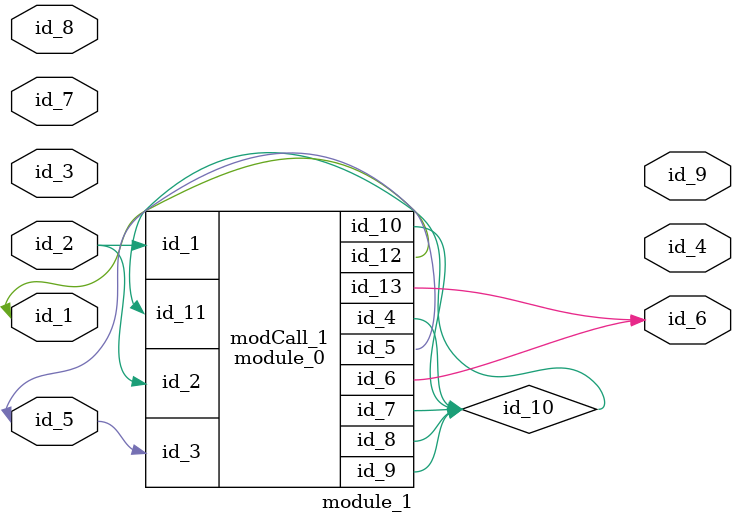
<source format=v>
module module_0 (
    id_1,
    id_2,
    id_3,
    id_4,
    id_5,
    id_6,
    id_7,
    id_8,
    id_9,
    id_10,
    id_11,
    id_12,
    id_13
);
  output wire id_13;
  inout wire id_12;
  input wire id_11;
  output wire id_10;
  inout wire id_9;
  output wire id_8;
  inout wire id_7;
  output wire id_6;
  inout wire id_5;
  inout wire id_4;
  input wire id_3;
  input wire id_2;
  input wire id_1;
  wire id_14;
  wire id_15;
  wire id_16;
  wire id_17;
endmodule
module module_1 (
    id_1,
    id_2,
    id_3,
    id_4,
    id_5,
    id_6,
    id_7,
    id_8,
    id_9
);
  output wire id_9;
  inout wire id_8;
  input wire id_7;
  output wire id_6;
  inout wire id_5;
  output wire id_4;
  input wire id_3;
  input wire id_2;
  inout wire id_1;
  wire id_10;
  module_0 modCall_1 (
      id_2,
      id_2,
      id_5,
      id_10,
      id_5,
      id_6,
      id_10,
      id_10,
      id_10,
      id_10,
      id_10,
      id_1,
      id_6
  );
  wire id_11;
endmodule

</source>
